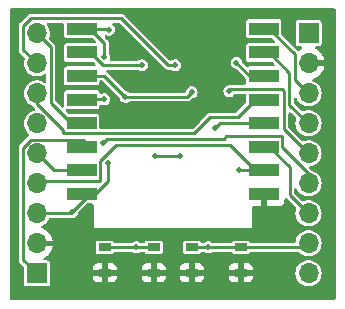
<source format=gtl>
G04 #@! TF.GenerationSoftware,KiCad,Pcbnew,7.0.7*
G04 #@! TF.CreationDate,2024-04-02T17:00:38-04:00*
G04 #@! TF.ProjectId,sensor_node,73656e73-6f72-45f6-9e6f-64652e6b6963,rev?*
G04 #@! TF.SameCoordinates,Original*
G04 #@! TF.FileFunction,Copper,L1,Top*
G04 #@! TF.FilePolarity,Positive*
%FSLAX46Y46*%
G04 Gerber Fmt 4.6, Leading zero omitted, Abs format (unit mm)*
G04 Created by KiCad (PCBNEW 7.0.7) date 2024-04-02 17:00:38*
%MOMM*%
%LPD*%
G01*
G04 APERTURE LIST*
G04 #@! TA.AperFunction,ComponentPad*
%ADD10R,1.700000X1.700000*%
G04 #@! TD*
G04 #@! TA.AperFunction,ComponentPad*
%ADD11O,1.700000X1.700000*%
G04 #@! TD*
G04 #@! TA.AperFunction,SMDPad,CuDef*
%ADD12R,1.050000X0.650000*%
G04 #@! TD*
G04 #@! TA.AperFunction,SMDPad,CuDef*
%ADD13R,2.500000X1.100000*%
G04 #@! TD*
G04 #@! TA.AperFunction,ViaPad*
%ADD14C,0.500000*%
G04 #@! TD*
G04 #@! TA.AperFunction,Conductor*
%ADD15C,0.250000*%
G04 #@! TD*
G04 APERTURE END LIST*
D10*
X137700000Y-80840000D03*
D11*
X137700000Y-78300000D03*
X137700000Y-75760000D03*
X137700000Y-73220000D03*
X137700000Y-70680000D03*
X137700000Y-68140000D03*
X137700000Y-65600000D03*
X137700000Y-63060000D03*
X137700000Y-60520000D03*
D12*
X143450000Y-78625000D03*
X147600000Y-78625000D03*
X143450000Y-80775000D03*
X147600000Y-80775000D03*
D10*
X160700000Y-60500000D03*
D11*
X160700000Y-63040000D03*
X160700000Y-65580000D03*
X160700000Y-68120000D03*
X160700000Y-70660000D03*
X160700000Y-73200000D03*
X160700000Y-75740000D03*
X160700000Y-78280000D03*
X160700000Y-80820000D03*
D12*
X154975000Y-80775000D03*
X150825000Y-80775000D03*
X154975000Y-78625000D03*
X150825000Y-78625000D03*
D13*
X141500000Y-60112500D03*
X141500000Y-62112500D03*
X141500000Y-64112500D03*
X141500000Y-66112500D03*
X141500000Y-68112500D03*
X141500000Y-70112500D03*
X141500000Y-72112500D03*
X141500000Y-74112500D03*
X156900000Y-74112500D03*
X156900000Y-72112500D03*
X156900000Y-70112500D03*
X156900000Y-68112500D03*
X156900000Y-66112500D03*
X156900000Y-64112500D03*
X156900000Y-62112500D03*
X156900000Y-60112500D03*
D14*
X143706233Y-71506233D03*
X154000000Y-65400000D03*
X150800000Y-65500000D03*
X149400000Y-63200000D03*
X154600000Y-63000000D03*
X149800000Y-70900000D03*
X140656250Y-75656250D03*
X147702132Y-70920711D03*
X146100000Y-78625000D03*
X143800000Y-60200000D03*
X143400000Y-62500000D03*
X154800000Y-72100000D03*
X145200000Y-65900000D03*
X152800000Y-68500000D03*
X152200000Y-78625000D03*
X143400000Y-66100000D03*
X143300000Y-69800000D03*
X146600000Y-63200000D03*
D15*
X143706233Y-72992663D02*
X143706233Y-71506233D01*
X142586396Y-74112500D02*
X143706233Y-72992663D01*
X142200000Y-74112500D02*
X142586396Y-74112500D01*
X149800000Y-70900000D02*
X149779289Y-70920711D01*
X149779289Y-70920711D02*
X147702132Y-70920711D01*
X152400000Y-67600000D02*
X154712500Y-67600000D01*
X151012500Y-68987500D02*
X152400000Y-67600000D01*
X139925000Y-68703299D02*
X139925000Y-68987500D01*
X137700000Y-66478299D02*
X139925000Y-68703299D01*
X139925000Y-68987500D02*
X151012500Y-68987500D01*
X154712500Y-67600000D02*
X156200000Y-66112500D01*
X137700000Y-65600000D02*
X137700000Y-66478299D01*
X158475000Y-65237500D02*
X158625000Y-65387500D01*
X158625000Y-65387500D02*
X158625000Y-65600000D01*
X154162500Y-65237500D02*
X158475000Y-65237500D01*
X154000000Y-65400000D02*
X154162500Y-65237500D01*
X158625000Y-68645000D02*
X158625000Y-65600000D01*
X150400000Y-65900000D02*
X150800000Y-65500000D01*
X146200000Y-65900000D02*
X150400000Y-65900000D01*
X146200000Y-65900000D02*
X145200000Y-65900000D01*
X154600000Y-63000000D02*
X155712500Y-64112500D01*
X155712500Y-64112500D02*
X156200000Y-64112500D01*
X136525000Y-61885000D02*
X137700000Y-63060000D01*
X136525000Y-59900000D02*
X136525000Y-61885000D01*
X148800000Y-63200000D02*
X144837500Y-59237500D01*
X149400000Y-63200000D02*
X148800000Y-63200000D01*
X137187500Y-59237500D02*
X136525000Y-59900000D01*
X144837500Y-59237500D02*
X137187500Y-59237500D01*
X154087500Y-70000000D02*
X156200000Y-72112500D01*
X143075000Y-72987500D02*
X143075000Y-71325000D01*
X137932500Y-72987500D02*
X143075000Y-72987500D01*
X144400000Y-70000000D02*
X154087500Y-70000000D01*
X137700000Y-73220000D02*
X137932500Y-72987500D01*
X143075000Y-71325000D02*
X144400000Y-70000000D01*
X140656250Y-75656250D02*
X142200000Y-74112500D01*
X137700000Y-75760000D02*
X140552500Y-75760000D01*
X140552500Y-75760000D02*
X140656250Y-75656250D01*
X143712500Y-60112500D02*
X143800000Y-60200000D01*
X146100000Y-78625000D02*
X147700000Y-78625000D01*
X143550000Y-78625000D02*
X146100000Y-78625000D01*
X143400000Y-62400000D02*
X143400000Y-62500000D01*
X142200000Y-60112500D02*
X143400000Y-61312500D01*
X143400000Y-61312500D02*
X143400000Y-62400000D01*
X142200000Y-60112500D02*
X143712500Y-60112500D01*
X137213299Y-69505000D02*
X141592500Y-69505000D01*
X136525000Y-70193299D02*
X137213299Y-69505000D01*
X137700000Y-80840000D02*
X136525000Y-79665000D01*
X136525000Y-79665000D02*
X136525000Y-70193299D01*
X141592500Y-69505000D02*
X142200000Y-70112500D01*
X154800000Y-72100000D02*
X156187500Y-72100000D01*
X156187500Y-72100000D02*
X156200000Y-72112500D01*
X139132500Y-72112500D02*
X142200000Y-72112500D01*
X137700000Y-70680000D02*
X139132500Y-72112500D01*
X140612500Y-68112500D02*
X142200000Y-68112500D01*
X137700000Y-60520000D02*
X138875000Y-61695000D01*
X138875000Y-61695000D02*
X138875000Y-66375000D01*
X138875000Y-66375000D02*
X140612500Y-68112500D01*
X142200000Y-64112500D02*
X143412500Y-64112500D01*
X160700000Y-70720000D02*
X158625000Y-68645000D01*
X143412500Y-64112500D02*
X145200000Y-65900000D01*
X160415000Y-78625000D02*
X160700000Y-78340000D01*
X153187500Y-68112500D02*
X152800000Y-68500000D01*
X154975000Y-78625000D02*
X152200000Y-78625000D01*
X154975000Y-78625000D02*
X160415000Y-78625000D01*
X156200000Y-68112500D02*
X153187500Y-68112500D01*
X152200000Y-78625000D02*
X150825000Y-78625000D01*
X159100000Y-74200000D02*
X160700000Y-75800000D01*
X159100000Y-71862500D02*
X159100000Y-74200000D01*
X157350000Y-70112500D02*
X159100000Y-71862500D01*
X156200000Y-70112500D02*
X157350000Y-70112500D01*
X159075000Y-66555000D02*
X160700000Y-68180000D01*
X157350000Y-62112500D02*
X159075000Y-63837500D01*
X159075000Y-63837500D02*
X159075000Y-66555000D01*
X156200000Y-62112500D02*
X157350000Y-62112500D01*
X159525000Y-62287500D02*
X159525000Y-64465000D01*
X157350000Y-60112500D02*
X159525000Y-62287500D01*
X156200000Y-60112500D02*
X157350000Y-60112500D01*
X159525000Y-64465000D02*
X160700000Y-65640000D01*
X143400000Y-66100000D02*
X142212500Y-66100000D01*
X143662500Y-69437500D02*
X153511396Y-69437500D01*
X143300000Y-69800000D02*
X143662500Y-69437500D01*
X153511396Y-69437500D02*
X153711396Y-69237500D01*
X158475000Y-69237500D02*
X158475000Y-70175000D01*
X142212500Y-66100000D02*
X142200000Y-66112500D01*
X153711396Y-69237500D02*
X158475000Y-69237500D01*
X158475000Y-70175000D02*
X160700000Y-72400000D01*
X160700000Y-72400000D02*
X160700000Y-73260000D01*
X142200000Y-62113173D02*
X142200000Y-62112500D01*
X143286827Y-63200000D02*
X142200000Y-62113173D01*
X146600000Y-63200000D02*
X143286827Y-63200000D01*
G04 #@! TA.AperFunction,Conductor*
G36*
X162943039Y-58420185D02*
G01*
X162988794Y-58472989D01*
X163000000Y-58524500D01*
X163000000Y-82975500D01*
X162980315Y-83042539D01*
X162927511Y-83088294D01*
X162876000Y-83099500D01*
X135524000Y-83099500D01*
X135456961Y-83079815D01*
X135411206Y-83027011D01*
X135400000Y-82975500D01*
X135400000Y-79649271D01*
X136144633Y-79649271D01*
X136149023Y-79684491D01*
X136149500Y-79692167D01*
X136149500Y-79696116D01*
X136153342Y-79719141D01*
X136160134Y-79773627D01*
X136162373Y-79781147D01*
X136164934Y-79788608D01*
X136164935Y-79788610D01*
X136176185Y-79809399D01*
X136191055Y-79836877D01*
X136215174Y-79886211D01*
X136219742Y-79892609D01*
X136224582Y-79898827D01*
X136264970Y-79936008D01*
X136563181Y-80234218D01*
X136596666Y-80295541D01*
X136599500Y-80321899D01*
X136599500Y-81714678D01*
X136614032Y-81787735D01*
X136614033Y-81787739D01*
X136614034Y-81787740D01*
X136669399Y-81870601D01*
X136752259Y-81925966D01*
X136752260Y-81925966D01*
X136752264Y-81925967D01*
X136825321Y-81940499D01*
X136825324Y-81940500D01*
X136825326Y-81940500D01*
X138574676Y-81940500D01*
X138574677Y-81940499D01*
X138647740Y-81925966D01*
X138730601Y-81870601D01*
X138785966Y-81787740D01*
X138800500Y-81714674D01*
X138800500Y-81025000D01*
X142425000Y-81025000D01*
X142425000Y-81147844D01*
X142431401Y-81207372D01*
X142431403Y-81207379D01*
X142481645Y-81342086D01*
X142481649Y-81342093D01*
X142567809Y-81457187D01*
X142567812Y-81457190D01*
X142682906Y-81543350D01*
X142682913Y-81543354D01*
X142817620Y-81593596D01*
X142817627Y-81593598D01*
X142877155Y-81599999D01*
X142877172Y-81600000D01*
X143200000Y-81600000D01*
X143200000Y-81025000D01*
X143700000Y-81025000D01*
X143700000Y-81600000D01*
X144022828Y-81600000D01*
X144022844Y-81599999D01*
X144082372Y-81593598D01*
X144082379Y-81593596D01*
X144217086Y-81543354D01*
X144217093Y-81543350D01*
X144332187Y-81457190D01*
X144332190Y-81457187D01*
X144418350Y-81342093D01*
X144418354Y-81342086D01*
X144468596Y-81207379D01*
X144468598Y-81207372D01*
X144474999Y-81147844D01*
X144475000Y-81147827D01*
X144475000Y-81025000D01*
X146575000Y-81025000D01*
X146575000Y-81147844D01*
X146581401Y-81207372D01*
X146581403Y-81207379D01*
X146631645Y-81342086D01*
X146631649Y-81342093D01*
X146717809Y-81457187D01*
X146717812Y-81457190D01*
X146832906Y-81543350D01*
X146832913Y-81543354D01*
X146967620Y-81593596D01*
X146967627Y-81593598D01*
X147027155Y-81599999D01*
X147027172Y-81600000D01*
X147350000Y-81600000D01*
X147350000Y-81025000D01*
X147850000Y-81025000D01*
X147850000Y-81600000D01*
X148172828Y-81600000D01*
X148172844Y-81599999D01*
X148232372Y-81593598D01*
X148232379Y-81593596D01*
X148367086Y-81543354D01*
X148367093Y-81543350D01*
X148482187Y-81457190D01*
X148482190Y-81457187D01*
X148568350Y-81342093D01*
X148568354Y-81342086D01*
X148618596Y-81207379D01*
X148618598Y-81207372D01*
X148624999Y-81147844D01*
X148625000Y-81147827D01*
X148625000Y-81025000D01*
X149800000Y-81025000D01*
X149800000Y-81147844D01*
X149806401Y-81207372D01*
X149806403Y-81207379D01*
X149856645Y-81342086D01*
X149856649Y-81342093D01*
X149942809Y-81457187D01*
X149942812Y-81457190D01*
X150057906Y-81543350D01*
X150057913Y-81543354D01*
X150192620Y-81593596D01*
X150192627Y-81593598D01*
X150252155Y-81599999D01*
X150252172Y-81600000D01*
X150575000Y-81600000D01*
X150575000Y-81025000D01*
X151075000Y-81025000D01*
X151075000Y-81600000D01*
X151397828Y-81600000D01*
X151397844Y-81599999D01*
X151457372Y-81593598D01*
X151457379Y-81593596D01*
X151592086Y-81543354D01*
X151592093Y-81543350D01*
X151707187Y-81457190D01*
X151707190Y-81457187D01*
X151793350Y-81342093D01*
X151793354Y-81342086D01*
X151843596Y-81207379D01*
X151843598Y-81207372D01*
X151849999Y-81147844D01*
X151850000Y-81147827D01*
X151850000Y-81025000D01*
X153950000Y-81025000D01*
X153950000Y-81147844D01*
X153956401Y-81207372D01*
X153956403Y-81207379D01*
X154006645Y-81342086D01*
X154006649Y-81342093D01*
X154092809Y-81457187D01*
X154092812Y-81457190D01*
X154207906Y-81543350D01*
X154207913Y-81543354D01*
X154342620Y-81593596D01*
X154342627Y-81593598D01*
X154402155Y-81599999D01*
X154402172Y-81600000D01*
X154725000Y-81600000D01*
X154725000Y-81025000D01*
X155225000Y-81025000D01*
X155225000Y-81600000D01*
X155547828Y-81600000D01*
X155547844Y-81599999D01*
X155607372Y-81593598D01*
X155607379Y-81593596D01*
X155742086Y-81543354D01*
X155742093Y-81543350D01*
X155857187Y-81457190D01*
X155857190Y-81457187D01*
X155943350Y-81342093D01*
X155943354Y-81342086D01*
X155993596Y-81207379D01*
X155993598Y-81207372D01*
X155999999Y-81147844D01*
X156000000Y-81147827D01*
X156000000Y-81025000D01*
X155225000Y-81025000D01*
X154725000Y-81025000D01*
X153950000Y-81025000D01*
X151850000Y-81025000D01*
X151075000Y-81025000D01*
X150575000Y-81025000D01*
X149800000Y-81025000D01*
X148625000Y-81025000D01*
X147850000Y-81025000D01*
X147350000Y-81025000D01*
X146575000Y-81025000D01*
X144475000Y-81025000D01*
X143700000Y-81025000D01*
X143200000Y-81025000D01*
X142425000Y-81025000D01*
X138800500Y-81025000D01*
X138800500Y-80820000D01*
X159594785Y-80820000D01*
X159613602Y-81023082D01*
X159669417Y-81219247D01*
X159669422Y-81219260D01*
X159760327Y-81401821D01*
X159883237Y-81564581D01*
X160033958Y-81701980D01*
X160033960Y-81701982D01*
X160054462Y-81714676D01*
X160207363Y-81809348D01*
X160397544Y-81883024D01*
X160598024Y-81920500D01*
X160598026Y-81920500D01*
X160801974Y-81920500D01*
X160801976Y-81920500D01*
X161002456Y-81883024D01*
X161192637Y-81809348D01*
X161366041Y-81701981D01*
X161516764Y-81564579D01*
X161639673Y-81401821D01*
X161730582Y-81219250D01*
X161786397Y-81023083D01*
X161805215Y-80820000D01*
X161786397Y-80616917D01*
X161730582Y-80420750D01*
X161721331Y-80402172D01*
X161655785Y-80270537D01*
X161639673Y-80238179D01*
X161516764Y-80075421D01*
X161516762Y-80075418D01*
X161366041Y-79938019D01*
X161366039Y-79938017D01*
X161192642Y-79830655D01*
X161192635Y-79830651D01*
X161045435Y-79773626D01*
X161002456Y-79756976D01*
X160801976Y-79719500D01*
X160598024Y-79719500D01*
X160397544Y-79756976D01*
X160397541Y-79756976D01*
X160397541Y-79756977D01*
X160207364Y-79830651D01*
X160207357Y-79830655D01*
X160033960Y-79938017D01*
X160033958Y-79938019D01*
X159883237Y-80075418D01*
X159760327Y-80238178D01*
X159669422Y-80420739D01*
X159669417Y-80420752D01*
X159613602Y-80616917D01*
X159594785Y-80819999D01*
X159594785Y-80820000D01*
X138800500Y-80820000D01*
X138800500Y-80525000D01*
X142425000Y-80525000D01*
X143200000Y-80525000D01*
X143200000Y-79950000D01*
X143700000Y-79950000D01*
X143700000Y-80525000D01*
X144475000Y-80525000D01*
X146575000Y-80525000D01*
X147350000Y-80525000D01*
X147350000Y-79950000D01*
X147850000Y-79950000D01*
X147850000Y-80525000D01*
X148625000Y-80525000D01*
X149800000Y-80525000D01*
X150575000Y-80525000D01*
X150575000Y-79950000D01*
X151075000Y-79950000D01*
X151075000Y-80525000D01*
X151850000Y-80525000D01*
X153950000Y-80525000D01*
X154725000Y-80525000D01*
X154725000Y-79950000D01*
X155225000Y-79950000D01*
X155225000Y-80525000D01*
X156000000Y-80525000D01*
X156000000Y-80402172D01*
X155999999Y-80402155D01*
X155993598Y-80342627D01*
X155993596Y-80342620D01*
X155943354Y-80207913D01*
X155943350Y-80207906D01*
X155857190Y-80092812D01*
X155857187Y-80092809D01*
X155742093Y-80006649D01*
X155742086Y-80006645D01*
X155607379Y-79956403D01*
X155607372Y-79956401D01*
X155547844Y-79950000D01*
X155225000Y-79950000D01*
X154725000Y-79950000D01*
X154402155Y-79950000D01*
X154342627Y-79956401D01*
X154342620Y-79956403D01*
X154207913Y-80006645D01*
X154207906Y-80006649D01*
X154092812Y-80092809D01*
X154092809Y-80092812D01*
X154006649Y-80207906D01*
X154006645Y-80207913D01*
X153956403Y-80342620D01*
X153956401Y-80342627D01*
X153950000Y-80402155D01*
X153950000Y-80525000D01*
X151850000Y-80525000D01*
X151850000Y-80402172D01*
X151849999Y-80402155D01*
X151843598Y-80342627D01*
X151843596Y-80342620D01*
X151793354Y-80207913D01*
X151793350Y-80207906D01*
X151707190Y-80092812D01*
X151707187Y-80092809D01*
X151592093Y-80006649D01*
X151592086Y-80006645D01*
X151457379Y-79956403D01*
X151457372Y-79956401D01*
X151397844Y-79950000D01*
X151075000Y-79950000D01*
X150575000Y-79950000D01*
X150252155Y-79950000D01*
X150192627Y-79956401D01*
X150192620Y-79956403D01*
X150057913Y-80006645D01*
X150057906Y-80006649D01*
X149942812Y-80092809D01*
X149942809Y-80092812D01*
X149856649Y-80207906D01*
X149856645Y-80207913D01*
X149806403Y-80342620D01*
X149806401Y-80342627D01*
X149800000Y-80402155D01*
X149800000Y-80525000D01*
X148625000Y-80525000D01*
X148625000Y-80402172D01*
X148624999Y-80402155D01*
X148618598Y-80342627D01*
X148618596Y-80342620D01*
X148568354Y-80207913D01*
X148568350Y-80207906D01*
X148482190Y-80092812D01*
X148482187Y-80092809D01*
X148367093Y-80006649D01*
X148367086Y-80006645D01*
X148232379Y-79956403D01*
X148232372Y-79956401D01*
X148172844Y-79950000D01*
X147850000Y-79950000D01*
X147350000Y-79950000D01*
X147027155Y-79950000D01*
X146967627Y-79956401D01*
X146967620Y-79956403D01*
X146832913Y-80006645D01*
X146832906Y-80006649D01*
X146717812Y-80092809D01*
X146717809Y-80092812D01*
X146631649Y-80207906D01*
X146631645Y-80207913D01*
X146581403Y-80342620D01*
X146581401Y-80342627D01*
X146575000Y-80402155D01*
X146575000Y-80525000D01*
X144475000Y-80525000D01*
X144475000Y-80402172D01*
X144474999Y-80402155D01*
X144468598Y-80342627D01*
X144468596Y-80342620D01*
X144418354Y-80207913D01*
X144418350Y-80207906D01*
X144332190Y-80092812D01*
X144332187Y-80092809D01*
X144217093Y-80006649D01*
X144217086Y-80006645D01*
X144082379Y-79956403D01*
X144082372Y-79956401D01*
X144022844Y-79950000D01*
X143700000Y-79950000D01*
X143200000Y-79950000D01*
X142877155Y-79950000D01*
X142817627Y-79956401D01*
X142817620Y-79956403D01*
X142682913Y-80006645D01*
X142682906Y-80006649D01*
X142567812Y-80092809D01*
X142567809Y-80092812D01*
X142481649Y-80207906D01*
X142481645Y-80207913D01*
X142431403Y-80342620D01*
X142431401Y-80342627D01*
X142425000Y-80402155D01*
X142425000Y-80525000D01*
X138800500Y-80525000D01*
X138800500Y-79965326D01*
X138800500Y-79965323D01*
X138800499Y-79965321D01*
X138785967Y-79892264D01*
X138785966Y-79892260D01*
X138781924Y-79886211D01*
X138730601Y-79809399D01*
X138652145Y-79756977D01*
X138647739Y-79754033D01*
X138647735Y-79754032D01*
X138574677Y-79739500D01*
X138574674Y-79739500D01*
X138366682Y-79739500D01*
X138299643Y-79719815D01*
X138253888Y-79667011D01*
X138243944Y-79597853D01*
X138272969Y-79534297D01*
X138314277Y-79503118D01*
X138377578Y-79473600D01*
X138571082Y-79338105D01*
X138738105Y-79171082D01*
X138873600Y-78977578D01*
X138874952Y-78974678D01*
X142674500Y-78974678D01*
X142689032Y-79047735D01*
X142689033Y-79047739D01*
X142689034Y-79047740D01*
X142744399Y-79130601D01*
X142827260Y-79185966D01*
X142827264Y-79185967D01*
X142900321Y-79200499D01*
X142900324Y-79200500D01*
X142900326Y-79200500D01*
X143999676Y-79200500D01*
X143999677Y-79200499D01*
X144072740Y-79185966D01*
X144155601Y-79130601D01*
X144186101Y-79084954D01*
X144205709Y-79055609D01*
X144259321Y-79010804D01*
X144308811Y-79000500D01*
X145722126Y-79000500D01*
X145789165Y-79020185D01*
X145789166Y-79020185D01*
X145889947Y-79084953D01*
X145889948Y-79084953D01*
X145889949Y-79084954D01*
X146028036Y-79125499D01*
X146028038Y-79125500D01*
X146028039Y-79125500D01*
X146171962Y-79125500D01*
X146171962Y-79125499D01*
X146310053Y-79084953D01*
X146410834Y-79020184D01*
X146477874Y-79000500D01*
X146741189Y-79000500D01*
X146808228Y-79020185D01*
X146844291Y-79055609D01*
X146894398Y-79130600D01*
X146894399Y-79130601D01*
X146941365Y-79161982D01*
X146977260Y-79185966D01*
X146977264Y-79185967D01*
X147050321Y-79200499D01*
X147050324Y-79200500D01*
X147050326Y-79200500D01*
X148149676Y-79200500D01*
X148149677Y-79200499D01*
X148222740Y-79185966D01*
X148305601Y-79130601D01*
X148360966Y-79047740D01*
X148375499Y-78974678D01*
X150049500Y-78974678D01*
X150064032Y-79047735D01*
X150064033Y-79047739D01*
X150064034Y-79047740D01*
X150119399Y-79130601D01*
X150202259Y-79185966D01*
X150202260Y-79185966D01*
X150202264Y-79185967D01*
X150275321Y-79200499D01*
X150275324Y-79200500D01*
X150275326Y-79200500D01*
X151374676Y-79200500D01*
X151374677Y-79200499D01*
X151447740Y-79185966D01*
X151530601Y-79130601D01*
X151561101Y-79084954D01*
X151580709Y-79055609D01*
X151634321Y-79010804D01*
X151683811Y-79000500D01*
X151822126Y-79000500D01*
X151889165Y-79020185D01*
X151889166Y-79020185D01*
X151989947Y-79084953D01*
X151989948Y-79084953D01*
X151989949Y-79084954D01*
X152128036Y-79125499D01*
X152128038Y-79125500D01*
X152128039Y-79125500D01*
X152271962Y-79125500D01*
X152271962Y-79125499D01*
X152410053Y-79084953D01*
X152510834Y-79020184D01*
X152577874Y-79000500D01*
X154116189Y-79000500D01*
X154183228Y-79020185D01*
X154219291Y-79055609D01*
X154269398Y-79130600D01*
X154269399Y-79130601D01*
X154316365Y-79161982D01*
X154352260Y-79185966D01*
X154352264Y-79185967D01*
X154425321Y-79200499D01*
X154425324Y-79200500D01*
X154425326Y-79200500D01*
X155524676Y-79200500D01*
X155524677Y-79200499D01*
X155597740Y-79185966D01*
X155680601Y-79130601D01*
X155711101Y-79084954D01*
X155730709Y-79055609D01*
X155784321Y-79010804D01*
X155833811Y-79000500D01*
X159808785Y-79000500D01*
X159875824Y-79020185D01*
X159892323Y-79032863D01*
X160033958Y-79161980D01*
X160033960Y-79161982D01*
X160096168Y-79200499D01*
X160207363Y-79269348D01*
X160397544Y-79343024D01*
X160598024Y-79380500D01*
X160598026Y-79380500D01*
X160801974Y-79380500D01*
X160801976Y-79380500D01*
X161002456Y-79343024D01*
X161192637Y-79269348D01*
X161366041Y-79161981D01*
X161516764Y-79024579D01*
X161639673Y-78861821D01*
X161730582Y-78679250D01*
X161786397Y-78483083D01*
X161805215Y-78280000D01*
X161804781Y-78275321D01*
X161786397Y-78076917D01*
X161755749Y-77969202D01*
X161730582Y-77880750D01*
X161639673Y-77698179D01*
X161516764Y-77535421D01*
X161516762Y-77535418D01*
X161366041Y-77398019D01*
X161366039Y-77398017D01*
X161192642Y-77290655D01*
X161192635Y-77290651D01*
X161097546Y-77253814D01*
X161002456Y-77216976D01*
X160801976Y-77179500D01*
X160598024Y-77179500D01*
X160397544Y-77216976D01*
X160397541Y-77216976D01*
X160397541Y-77216977D01*
X160207364Y-77290651D01*
X160207357Y-77290655D01*
X160033960Y-77398017D01*
X160033958Y-77398019D01*
X159883237Y-77535418D01*
X159760327Y-77698178D01*
X159669422Y-77880739D01*
X159669417Y-77880752D01*
X159613602Y-78076917D01*
X159608041Y-78136941D01*
X159582255Y-78201878D01*
X159525454Y-78242566D01*
X159484570Y-78249500D01*
X155833811Y-78249500D01*
X155766772Y-78229815D01*
X155730709Y-78194391D01*
X155680601Y-78119399D01*
X155597739Y-78064033D01*
X155597735Y-78064032D01*
X155524677Y-78049500D01*
X155524674Y-78049500D01*
X154425326Y-78049500D01*
X154425323Y-78049500D01*
X154352264Y-78064032D01*
X154352260Y-78064033D01*
X154269398Y-78119399D01*
X154219291Y-78194391D01*
X154165679Y-78239196D01*
X154116189Y-78249500D01*
X152577874Y-78249500D01*
X152510835Y-78229815D01*
X152510834Y-78229815D01*
X152467964Y-78202264D01*
X152410053Y-78165047D01*
X152410052Y-78165046D01*
X152410051Y-78165046D01*
X152410050Y-78165045D01*
X152271963Y-78124500D01*
X152271961Y-78124500D01*
X152128039Y-78124500D01*
X152128036Y-78124500D01*
X151989949Y-78165045D01*
X151989948Y-78165046D01*
X151889166Y-78229815D01*
X151822126Y-78249500D01*
X151683811Y-78249500D01*
X151616772Y-78229815D01*
X151580709Y-78194391D01*
X151530601Y-78119399D01*
X151447739Y-78064033D01*
X151447735Y-78064032D01*
X151374677Y-78049500D01*
X151374674Y-78049500D01*
X150275326Y-78049500D01*
X150275323Y-78049500D01*
X150202264Y-78064032D01*
X150202260Y-78064033D01*
X150119399Y-78119399D01*
X150064033Y-78202260D01*
X150064032Y-78202264D01*
X150049500Y-78275321D01*
X150049500Y-78974678D01*
X148375499Y-78974678D01*
X148375500Y-78974674D01*
X148375500Y-78275326D01*
X148375500Y-78275323D01*
X148375499Y-78275321D01*
X148360967Y-78202264D01*
X148360966Y-78202260D01*
X148336101Y-78165047D01*
X148305601Y-78119399D01*
X148222740Y-78064034D01*
X148222739Y-78064033D01*
X148222735Y-78064032D01*
X148149677Y-78049500D01*
X148149674Y-78049500D01*
X147050326Y-78049500D01*
X147050323Y-78049500D01*
X146977264Y-78064032D01*
X146977260Y-78064033D01*
X146894398Y-78119399D01*
X146844291Y-78194391D01*
X146790679Y-78239196D01*
X146741189Y-78249500D01*
X146477874Y-78249500D01*
X146410835Y-78229815D01*
X146410834Y-78229815D01*
X146367964Y-78202264D01*
X146310053Y-78165047D01*
X146310052Y-78165046D01*
X146310051Y-78165046D01*
X146310050Y-78165045D01*
X146171963Y-78124500D01*
X146171961Y-78124500D01*
X146028039Y-78124500D01*
X146028036Y-78124500D01*
X145889949Y-78165045D01*
X145889948Y-78165046D01*
X145789166Y-78229815D01*
X145722126Y-78249500D01*
X144308811Y-78249500D01*
X144241772Y-78229815D01*
X144205709Y-78194391D01*
X144155601Y-78119399D01*
X144072739Y-78064033D01*
X144072735Y-78064032D01*
X143999677Y-78049500D01*
X143999674Y-78049500D01*
X142900326Y-78049500D01*
X142900323Y-78049500D01*
X142827264Y-78064032D01*
X142827260Y-78064033D01*
X142744399Y-78119399D01*
X142689033Y-78202260D01*
X142689032Y-78202264D01*
X142674500Y-78275321D01*
X142674500Y-78974678D01*
X138874952Y-78974678D01*
X138973429Y-78763492D01*
X138973432Y-78763486D01*
X139030636Y-78550000D01*
X138313347Y-78550000D01*
X138246308Y-78530315D01*
X138200553Y-78477511D01*
X138190609Y-78408353D01*
X138194369Y-78391067D01*
X138200000Y-78371888D01*
X138200000Y-78228111D01*
X138194369Y-78208933D01*
X138194370Y-78139064D01*
X138232145Y-78080286D01*
X138295701Y-78051262D01*
X138313347Y-78050000D01*
X139030636Y-78050000D01*
X139030635Y-78049999D01*
X138973432Y-77836513D01*
X138973429Y-77836507D01*
X138873600Y-77622422D01*
X138873599Y-77622420D01*
X138738113Y-77428926D01*
X138738108Y-77428920D01*
X138571082Y-77261894D01*
X138377578Y-77126399D01*
X138163492Y-77026570D01*
X138163477Y-77026564D01*
X138124414Y-77016097D01*
X138064754Y-76979732D01*
X138034226Y-76916885D01*
X138042521Y-76847509D01*
X138087007Y-76793632D01*
X138111710Y-76780698D01*
X138192637Y-76749348D01*
X138366041Y-76641981D01*
X138516764Y-76504579D01*
X138639673Y-76341821D01*
X138708186Y-76204226D01*
X138755687Y-76152992D01*
X138819185Y-76135500D01*
X140494090Y-76135500D01*
X140529023Y-76140522D01*
X140556122Y-76148479D01*
X140584288Y-76156750D01*
X140584289Y-76156750D01*
X140728212Y-76156750D01*
X140728212Y-76156749D01*
X140866303Y-76116203D01*
X140987378Y-76038393D01*
X141081627Y-75929623D01*
X141141415Y-75798707D01*
X141151759Y-75726752D01*
X141180783Y-75663199D01*
X141186801Y-75656734D01*
X141894217Y-74949319D01*
X141955541Y-74915834D01*
X141981899Y-74913000D01*
X142376000Y-74913000D01*
X142443039Y-74932685D01*
X142488794Y-74985489D01*
X142500000Y-75036999D01*
X142500000Y-77000000D01*
X155900000Y-77000000D01*
X155900000Y-75286500D01*
X155919685Y-75219461D01*
X155972489Y-75173706D01*
X156024000Y-75162500D01*
X156650000Y-75162500D01*
X156650000Y-73986500D01*
X156669685Y-73919461D01*
X156722489Y-73873706D01*
X156774000Y-73862500D01*
X157026000Y-73862500D01*
X157093039Y-73882185D01*
X157138794Y-73934989D01*
X157150000Y-73986500D01*
X157150000Y-75162500D01*
X158197828Y-75162500D01*
X158197844Y-75162499D01*
X158257372Y-75156098D01*
X158257379Y-75156096D01*
X158392086Y-75105854D01*
X158392093Y-75105850D01*
X158507187Y-75019690D01*
X158507190Y-75019687D01*
X158593350Y-74904593D01*
X158593354Y-74904586D01*
X158643596Y-74769879D01*
X158643598Y-74769872D01*
X158649999Y-74710344D01*
X158650000Y-74710327D01*
X158650000Y-74580399D01*
X158669685Y-74513360D01*
X158722489Y-74467605D01*
X158791647Y-74457661D01*
X158855203Y-74486686D01*
X158861681Y-74492718D01*
X159626815Y-75257852D01*
X159660300Y-75319175D01*
X159658401Y-75379466D01*
X159613602Y-75536919D01*
X159594785Y-75739999D01*
X159594785Y-75740000D01*
X159613602Y-75943082D01*
X159669417Y-76139247D01*
X159669422Y-76139260D01*
X159760327Y-76321821D01*
X159883237Y-76484581D01*
X160033958Y-76621980D01*
X160033960Y-76621982D01*
X160094120Y-76659231D01*
X160207363Y-76729348D01*
X160397544Y-76803024D01*
X160598024Y-76840500D01*
X160598026Y-76840500D01*
X160801974Y-76840500D01*
X160801976Y-76840500D01*
X161002456Y-76803024D01*
X161192637Y-76729348D01*
X161366041Y-76621981D01*
X161516764Y-76484579D01*
X161639673Y-76321821D01*
X161730582Y-76139250D01*
X161786397Y-75943083D01*
X161805215Y-75740000D01*
X161798098Y-75663199D01*
X161786397Y-75536917D01*
X161742568Y-75382877D01*
X161730582Y-75340750D01*
X161697397Y-75274106D01*
X161686272Y-75251764D01*
X161639673Y-75158179D01*
X161516764Y-74995421D01*
X161516762Y-74995418D01*
X161366041Y-74858019D01*
X161366039Y-74858017D01*
X161192642Y-74750655D01*
X161192635Y-74750651D01*
X161066496Y-74701785D01*
X161002456Y-74676976D01*
X160801976Y-74639500D01*
X160598024Y-74639500D01*
X160397544Y-74676976D01*
X160397539Y-74676977D01*
X160264199Y-74728633D01*
X160194576Y-74734495D01*
X160132836Y-74701785D01*
X160131725Y-74700687D01*
X159511819Y-74080781D01*
X159478334Y-74019458D01*
X159475500Y-73993100D01*
X159475500Y-73737026D01*
X159495185Y-73669987D01*
X159547989Y-73624232D01*
X159617147Y-73614288D01*
X159680703Y-73643313D01*
X159710500Y-73681755D01*
X159760327Y-73781821D01*
X159821253Y-73862500D01*
X159883237Y-73944581D01*
X160033958Y-74081980D01*
X160033960Y-74081982D01*
X160094120Y-74119231D01*
X160207363Y-74189348D01*
X160397544Y-74263024D01*
X160598024Y-74300500D01*
X160598026Y-74300500D01*
X160801974Y-74300500D01*
X160801976Y-74300500D01*
X161002456Y-74263024D01*
X161192637Y-74189348D01*
X161366041Y-74081981D01*
X161516764Y-73944579D01*
X161639673Y-73781821D01*
X161730582Y-73599250D01*
X161786397Y-73403083D01*
X161805215Y-73200000D01*
X161786397Y-72996917D01*
X161730582Y-72800750D01*
X161715012Y-72769482D01*
X161668464Y-72676000D01*
X161639673Y-72618179D01*
X161543079Y-72490268D01*
X161516762Y-72455418D01*
X161366041Y-72318019D01*
X161366039Y-72318017D01*
X161192642Y-72210655D01*
X161192641Y-72210654D01*
X161192637Y-72210652D01*
X161002456Y-72136976D01*
X161002452Y-72136975D01*
X161002447Y-72136974D01*
X160997836Y-72136112D01*
X160935555Y-72104443D01*
X160932942Y-72101905D01*
X160791022Y-71959985D01*
X160757537Y-71898662D01*
X160762521Y-71828970D01*
X160804393Y-71773037D01*
X160855913Y-71750417D01*
X161002456Y-71723024D01*
X161192637Y-71649348D01*
X161366041Y-71541981D01*
X161516764Y-71404579D01*
X161639673Y-71241821D01*
X161730582Y-71059250D01*
X161786397Y-70863083D01*
X161805215Y-70660000D01*
X161794578Y-70545211D01*
X161786397Y-70456917D01*
X161783856Y-70447988D01*
X161730582Y-70260750D01*
X161730185Y-70259953D01*
X161665794Y-70130637D01*
X161639673Y-70078179D01*
X161542716Y-69949787D01*
X161516762Y-69915418D01*
X161366041Y-69778019D01*
X161366039Y-69778017D01*
X161192642Y-69670655D01*
X161192635Y-69670651D01*
X161066493Y-69621784D01*
X161002456Y-69596976D01*
X160801976Y-69559500D01*
X160598024Y-69559500D01*
X160446739Y-69587779D01*
X160397538Y-69596977D01*
X160264198Y-69648633D01*
X160194575Y-69654495D01*
X160132835Y-69621784D01*
X160131724Y-69620687D01*
X159591961Y-69080924D01*
X159036819Y-68525781D01*
X159003334Y-68464458D01*
X159000500Y-68438100D01*
X159000500Y-67310898D01*
X159020185Y-67243859D01*
X159072989Y-67198104D01*
X159142147Y-67188160D01*
X159205703Y-67217185D01*
X159212176Y-67223212D01*
X159453723Y-67464760D01*
X159626815Y-67637852D01*
X159660300Y-67699175D01*
X159658401Y-67759466D01*
X159613602Y-67916919D01*
X159594785Y-68119999D01*
X159594785Y-68120000D01*
X159613602Y-68323082D01*
X159669417Y-68519247D01*
X159669422Y-68519260D01*
X159760327Y-68701821D01*
X159883237Y-68864581D01*
X160007069Y-68977468D01*
X160032334Y-69000500D01*
X160033958Y-69001980D01*
X160033960Y-69001982D01*
X160066260Y-69021981D01*
X160207363Y-69109348D01*
X160397544Y-69183024D01*
X160598024Y-69220500D01*
X160598026Y-69220500D01*
X160801974Y-69220500D01*
X160801976Y-69220500D01*
X161002456Y-69183024D01*
X161192637Y-69109348D01*
X161366041Y-69001981D01*
X161516764Y-68864579D01*
X161639673Y-68701821D01*
X161730582Y-68519250D01*
X161786397Y-68323083D01*
X161805215Y-68120000D01*
X161805016Y-68117857D01*
X161786397Y-67916917D01*
X161730582Y-67720750D01*
X161639673Y-67538179D01*
X161516764Y-67375421D01*
X161516762Y-67375418D01*
X161366041Y-67238019D01*
X161366039Y-67238017D01*
X161192642Y-67130655D01*
X161192635Y-67130651D01*
X161066496Y-67081785D01*
X161002456Y-67056976D01*
X160801976Y-67019500D01*
X160598024Y-67019500D01*
X160397544Y-67056976D01*
X160397539Y-67056977D01*
X160264199Y-67108633D01*
X160194576Y-67114495D01*
X160132836Y-67081785D01*
X160131725Y-67080687D01*
X159486819Y-66435780D01*
X159453334Y-66374457D01*
X159450500Y-66348099D01*
X159450500Y-66066820D01*
X159470185Y-65999781D01*
X159522989Y-65954026D01*
X159592147Y-65944082D01*
X159655703Y-65973107D01*
X159685500Y-66011548D01*
X159760327Y-66161821D01*
X159883237Y-66324581D01*
X160033958Y-66461980D01*
X160033960Y-66461982D01*
X160068917Y-66483626D01*
X160207363Y-66569348D01*
X160397544Y-66643024D01*
X160598024Y-66680500D01*
X160598026Y-66680500D01*
X160801974Y-66680500D01*
X160801976Y-66680500D01*
X161002456Y-66643024D01*
X161192637Y-66569348D01*
X161366041Y-66461981D01*
X161516764Y-66324579D01*
X161639673Y-66161821D01*
X161730582Y-65979250D01*
X161786397Y-65783083D01*
X161805215Y-65580000D01*
X161786397Y-65376917D01*
X161730582Y-65180750D01*
X161639673Y-64998179D01*
X161562126Y-64895490D01*
X161516762Y-64835418D01*
X161366041Y-64698019D01*
X161366039Y-64698017D01*
X161192642Y-64590655D01*
X161192635Y-64590651D01*
X161111715Y-64559303D01*
X161056313Y-64516730D01*
X161032723Y-64450963D01*
X161048434Y-64382883D01*
X161098458Y-64334104D01*
X161124417Y-64323901D01*
X161163481Y-64313434D01*
X161163492Y-64313429D01*
X161377578Y-64213600D01*
X161571082Y-64078105D01*
X161738105Y-63911082D01*
X161873600Y-63717578D01*
X161973429Y-63503492D01*
X161973432Y-63503486D01*
X162030636Y-63290000D01*
X161313347Y-63290000D01*
X161246308Y-63270315D01*
X161200553Y-63217511D01*
X161190609Y-63148353D01*
X161194369Y-63131067D01*
X161200000Y-63111888D01*
X161200000Y-62968111D01*
X161194369Y-62948933D01*
X161194370Y-62879064D01*
X161232145Y-62820286D01*
X161295701Y-62791262D01*
X161313347Y-62790000D01*
X162030636Y-62790000D01*
X162030635Y-62789999D01*
X161973432Y-62576513D01*
X161973429Y-62576507D01*
X161873600Y-62362422D01*
X161873599Y-62362420D01*
X161738113Y-62168926D01*
X161738108Y-62168920D01*
X161571082Y-62001894D01*
X161377578Y-61866399D01*
X161314277Y-61836882D01*
X161261838Y-61790710D01*
X161242686Y-61723516D01*
X161262902Y-61656635D01*
X161316067Y-61611300D01*
X161366682Y-61600500D01*
X161574676Y-61600500D01*
X161574677Y-61600499D01*
X161647740Y-61585966D01*
X161730601Y-61530601D01*
X161785966Y-61447740D01*
X161800500Y-61374674D01*
X161800500Y-59625326D01*
X161800500Y-59625323D01*
X161800499Y-59625321D01*
X161785967Y-59552264D01*
X161785966Y-59552260D01*
X161776322Y-59537826D01*
X161730601Y-59469399D01*
X161647740Y-59414034D01*
X161647739Y-59414033D01*
X161647735Y-59414032D01*
X161574677Y-59399500D01*
X161574674Y-59399500D01*
X159825326Y-59399500D01*
X159825323Y-59399500D01*
X159752264Y-59414032D01*
X159752260Y-59414033D01*
X159669399Y-59469399D01*
X159614033Y-59552260D01*
X159614032Y-59552264D01*
X159599500Y-59625321D01*
X159599499Y-59625323D01*
X159599499Y-61374676D01*
X159599500Y-61374678D01*
X159614032Y-61447735D01*
X159614033Y-61447739D01*
X159614034Y-61447740D01*
X159669399Y-61530601D01*
X159741595Y-61578840D01*
X159752260Y-61585966D01*
X159752264Y-61585967D01*
X159825321Y-61600499D01*
X159825324Y-61600500D01*
X160033318Y-61600500D01*
X160100357Y-61620185D01*
X160146112Y-61672989D01*
X160156056Y-61742147D01*
X160127031Y-61805703D01*
X160085723Y-61836882D01*
X160022422Y-61866399D01*
X160022420Y-61866400D01*
X159879748Y-61966300D01*
X159813542Y-61988627D01*
X159745774Y-61971617D01*
X159720944Y-61952406D01*
X159080538Y-61312000D01*
X158436819Y-60668280D01*
X158403334Y-60606957D01*
X158400500Y-60580599D01*
X158400500Y-59537823D01*
X158400499Y-59537821D01*
X158385967Y-59464764D01*
X158385966Y-59464760D01*
X158385966Y-59464759D01*
X158330601Y-59381899D01*
X158247740Y-59326534D01*
X158247739Y-59326533D01*
X158247735Y-59326532D01*
X158174677Y-59312000D01*
X158174674Y-59312000D01*
X155625326Y-59312000D01*
X155625323Y-59312000D01*
X155552264Y-59326532D01*
X155552260Y-59326533D01*
X155469399Y-59381899D01*
X155414033Y-59464760D01*
X155414032Y-59464764D01*
X155399500Y-59537821D01*
X155399500Y-60687178D01*
X155414032Y-60760235D01*
X155414033Y-60760239D01*
X155414034Y-60760240D01*
X155469399Y-60843101D01*
X155552260Y-60898466D01*
X155552264Y-60898467D01*
X155625321Y-60912999D01*
X155625324Y-60913000D01*
X155625326Y-60913000D01*
X157568101Y-60913000D01*
X157635140Y-60932685D01*
X157655782Y-60949319D01*
X157806782Y-61100319D01*
X157840267Y-61161642D01*
X157835283Y-61231334D01*
X157793411Y-61287267D01*
X157727947Y-61311684D01*
X157719101Y-61312000D01*
X155625323Y-61312000D01*
X155552264Y-61326532D01*
X155552260Y-61326533D01*
X155469399Y-61381899D01*
X155414033Y-61464760D01*
X155414032Y-61464764D01*
X155399500Y-61537821D01*
X155399500Y-62687178D01*
X155414032Y-62760235D01*
X155414033Y-62760239D01*
X155414034Y-62760240D01*
X155469399Y-62843101D01*
X155552259Y-62898466D01*
X155552260Y-62898466D01*
X155552264Y-62898467D01*
X155625321Y-62912999D01*
X155625324Y-62913000D01*
X155625326Y-62913000D01*
X157568101Y-62913000D01*
X157635140Y-62932685D01*
X157655782Y-62949319D01*
X157806782Y-63100319D01*
X157840267Y-63161642D01*
X157835283Y-63231334D01*
X157793411Y-63287267D01*
X157727947Y-63311684D01*
X157719101Y-63312000D01*
X155625324Y-63312000D01*
X155540283Y-63328916D01*
X155539497Y-63324968D01*
X155492330Y-63330019D01*
X155429864Y-63298718D01*
X155426718Y-63295680D01*
X155130566Y-62999528D01*
X155097081Y-62938205D01*
X155095509Y-62929492D01*
X155095097Y-62926628D01*
X155085165Y-62857543D01*
X155025377Y-62726627D01*
X154931128Y-62617857D01*
X154810053Y-62540047D01*
X154810051Y-62540046D01*
X154810049Y-62540045D01*
X154810050Y-62540045D01*
X154671963Y-62499500D01*
X154671961Y-62499500D01*
X154528039Y-62499500D01*
X154528036Y-62499500D01*
X154389949Y-62540045D01*
X154268873Y-62617856D01*
X154174623Y-62726626D01*
X154174622Y-62726628D01*
X154114834Y-62857543D01*
X154094353Y-63000000D01*
X154114834Y-63142456D01*
X154169923Y-63263082D01*
X154174623Y-63273373D01*
X154268872Y-63382143D01*
X154389947Y-63459953D01*
X154389950Y-63459954D01*
X154389949Y-63459954D01*
X154528037Y-63500500D01*
X154535564Y-63501582D01*
X154599120Y-63530604D01*
X154605602Y-63536639D01*
X155363181Y-64294218D01*
X155396666Y-64355541D01*
X155399500Y-64381899D01*
X155399500Y-64687174D01*
X155399501Y-64687178D01*
X155404798Y-64713810D01*
X155398569Y-64783402D01*
X155355706Y-64838578D01*
X155289816Y-64861822D01*
X155283180Y-64862000D01*
X154214303Y-64862000D01*
X154188858Y-64859361D01*
X154178232Y-64857133D01*
X154178229Y-64857133D01*
X154143007Y-64861523D01*
X154135331Y-64862000D01*
X154131386Y-64862000D01*
X154114115Y-64864881D01*
X154108358Y-64865842D01*
X154053870Y-64872634D01*
X154046343Y-64874875D01*
X154038892Y-64877433D01*
X154029100Y-64882732D01*
X154025734Y-64884554D01*
X153966717Y-64899500D01*
X153928036Y-64899500D01*
X153789949Y-64940045D01*
X153668873Y-65017856D01*
X153574623Y-65126626D01*
X153574622Y-65126628D01*
X153514834Y-65257543D01*
X153494353Y-65399999D01*
X153514834Y-65542456D01*
X153560504Y-65642457D01*
X153574623Y-65673373D01*
X153668872Y-65782143D01*
X153789947Y-65859953D01*
X153789950Y-65859954D01*
X153789949Y-65859954D01*
X153865520Y-65882143D01*
X153927933Y-65900469D01*
X153928036Y-65900499D01*
X153928038Y-65900500D01*
X153928039Y-65900500D01*
X154071962Y-65900500D01*
X154071962Y-65900499D01*
X154210053Y-65859953D01*
X154331128Y-65782143D01*
X154425377Y-65673373D01*
X154425377Y-65673371D01*
X154427572Y-65669958D01*
X154430637Y-65667301D01*
X154431185Y-65666670D01*
X154431275Y-65666748D01*
X154480377Y-65624204D01*
X154531886Y-65613000D01*
X155275500Y-65613000D01*
X155342539Y-65632685D01*
X155388294Y-65685489D01*
X155399500Y-65737000D01*
X155399500Y-66330600D01*
X155379815Y-66397639D01*
X155363181Y-66418281D01*
X154593281Y-67188181D01*
X154531958Y-67221666D01*
X154505600Y-67224500D01*
X152451804Y-67224500D01*
X152426357Y-67221861D01*
X152423713Y-67221306D01*
X152415729Y-67219632D01*
X152380509Y-67224023D01*
X152372832Y-67224500D01*
X152368886Y-67224500D01*
X152351606Y-67227383D01*
X152345846Y-67228344D01*
X152291368Y-67235135D01*
X152283844Y-67237375D01*
X152276392Y-67239934D01*
X152276390Y-67239934D01*
X152276390Y-67239935D01*
X152228119Y-67266057D01*
X152178790Y-67290172D01*
X152172398Y-67294735D01*
X152166174Y-67299580D01*
X152141363Y-67326532D01*
X152129003Y-67339958D01*
X151493462Y-67975500D01*
X150893281Y-68575681D01*
X150831958Y-68609166D01*
X150805600Y-68612000D01*
X143124500Y-68612000D01*
X143057461Y-68592315D01*
X143011706Y-68539511D01*
X143000500Y-68488000D01*
X143000500Y-67537823D01*
X143000499Y-67537821D01*
X142985967Y-67464764D01*
X142985966Y-67464760D01*
X142930601Y-67381899D01*
X142847740Y-67326534D01*
X142847739Y-67326533D01*
X142847735Y-67326532D01*
X142774677Y-67312000D01*
X142774674Y-67312000D01*
X140394399Y-67312000D01*
X140327360Y-67292315D01*
X140306718Y-67275681D01*
X140155718Y-67124681D01*
X140122233Y-67063358D01*
X140127217Y-66993666D01*
X140169089Y-66937733D01*
X140234553Y-66913316D01*
X140243399Y-66913000D01*
X142774676Y-66913000D01*
X142774677Y-66912999D01*
X142847740Y-66898466D01*
X142930601Y-66843101D01*
X142985966Y-66760240D01*
X143000500Y-66687174D01*
X143000500Y-66665291D01*
X143020185Y-66598252D01*
X143072989Y-66552497D01*
X143142147Y-66542553D01*
X143181450Y-66557215D01*
X143181882Y-66556270D01*
X143189949Y-66559954D01*
X143328036Y-66600499D01*
X143328038Y-66600500D01*
X143328039Y-66600500D01*
X143471962Y-66600500D01*
X143471962Y-66600499D01*
X143610053Y-66559953D01*
X143731128Y-66482143D01*
X143825377Y-66373373D01*
X143885165Y-66242457D01*
X143905647Y-66100000D01*
X143885165Y-65957543D01*
X143825377Y-65826627D01*
X143731128Y-65717857D01*
X143610053Y-65640047D01*
X143610051Y-65640046D01*
X143610049Y-65640045D01*
X143610050Y-65640045D01*
X143471963Y-65599500D01*
X143471961Y-65599500D01*
X143328039Y-65599500D01*
X143328036Y-65599500D01*
X143189949Y-65640045D01*
X143181882Y-65643730D01*
X143181128Y-65642081D01*
X143124498Y-65658708D01*
X143057459Y-65639022D01*
X143011705Y-65586218D01*
X143002467Y-65543751D01*
X143001097Y-65543886D01*
X143000500Y-65537831D01*
X143000500Y-65537826D01*
X142985966Y-65464760D01*
X142930601Y-65381899D01*
X142847740Y-65326534D01*
X142847739Y-65326533D01*
X142847735Y-65326532D01*
X142774677Y-65312000D01*
X142774674Y-65312000D01*
X140225326Y-65312000D01*
X140225323Y-65312000D01*
X140152264Y-65326532D01*
X140152260Y-65326533D01*
X140069399Y-65381899D01*
X140014033Y-65464760D01*
X140014032Y-65464764D01*
X139999500Y-65537821D01*
X139999500Y-66669100D01*
X139979815Y-66736139D01*
X139927011Y-66781894D01*
X139857853Y-66791838D01*
X139794297Y-66762813D01*
X139787819Y-66756781D01*
X139286819Y-66255781D01*
X139253334Y-66194458D01*
X139250500Y-66168100D01*
X139250500Y-61746804D01*
X139253139Y-61721359D01*
X139253785Y-61718275D01*
X139255367Y-61710732D01*
X139253286Y-61694036D01*
X139250977Y-61675506D01*
X139250500Y-61667830D01*
X139250500Y-61663889D01*
X139250498Y-61663876D01*
X139246657Y-61640859D01*
X139242973Y-61611300D01*
X139239866Y-61586374D01*
X139239864Y-61586370D01*
X139237622Y-61578840D01*
X139235065Y-61571392D01*
X139235065Y-61571390D01*
X139208944Y-61523122D01*
X139184826Y-61473789D01*
X139184824Y-61473787D01*
X139184824Y-61473786D01*
X139180276Y-61467416D01*
X139175420Y-61461176D01*
X139175419Y-61461174D01*
X139135029Y-61423992D01*
X138759709Y-61048672D01*
X138726224Y-60987349D01*
X138730666Y-60925234D01*
X138729013Y-60924764D01*
X138732360Y-60913000D01*
X138786397Y-60723083D01*
X138805215Y-60520000D01*
X138800894Y-60473373D01*
X138786397Y-60316917D01*
X138753131Y-60200000D01*
X138730582Y-60120750D01*
X138639673Y-59938179D01*
X138544181Y-59811727D01*
X138519489Y-59746365D01*
X138534054Y-59678031D01*
X138583252Y-59628418D01*
X138643135Y-59613000D01*
X139875500Y-59613000D01*
X139942539Y-59632685D01*
X139988294Y-59685489D01*
X139999500Y-59737000D01*
X139999500Y-60687178D01*
X140014032Y-60760235D01*
X140014033Y-60760239D01*
X140014034Y-60760240D01*
X140069399Y-60843101D01*
X140152259Y-60898466D01*
X140152260Y-60898466D01*
X140152264Y-60898467D01*
X140225321Y-60912999D01*
X140225324Y-60913000D01*
X140225326Y-60913000D01*
X142418101Y-60913000D01*
X142485140Y-60932685D01*
X142505782Y-60949319D01*
X142656782Y-61100319D01*
X142690267Y-61161642D01*
X142685283Y-61231334D01*
X142643411Y-61287267D01*
X142577947Y-61311684D01*
X142569101Y-61312000D01*
X140225323Y-61312000D01*
X140152264Y-61326532D01*
X140152260Y-61326533D01*
X140069399Y-61381899D01*
X140014033Y-61464760D01*
X140014032Y-61464764D01*
X139999500Y-61537821D01*
X139999500Y-62687178D01*
X140014032Y-62760235D01*
X140014033Y-62760239D01*
X140014034Y-62760240D01*
X140069399Y-62843101D01*
X140152259Y-62898465D01*
X140152260Y-62898466D01*
X140152264Y-62898467D01*
X140225321Y-62912999D01*
X140225324Y-62913000D01*
X140225326Y-62913000D01*
X142417428Y-62913000D01*
X142484467Y-62932685D01*
X142505109Y-62949319D01*
X142656109Y-63100319D01*
X142689594Y-63161642D01*
X142684610Y-63231334D01*
X142642738Y-63287267D01*
X142577274Y-63311684D01*
X142568428Y-63312000D01*
X140225323Y-63312000D01*
X140152264Y-63326532D01*
X140152260Y-63326533D01*
X140069399Y-63381899D01*
X140014033Y-63464760D01*
X140014033Y-63464763D01*
X139999500Y-63537821D01*
X139999500Y-64687178D01*
X140014032Y-64760235D01*
X140014033Y-64760239D01*
X140014034Y-64760240D01*
X140069399Y-64843101D01*
X140131439Y-64884554D01*
X140152260Y-64898466D01*
X140152264Y-64898467D01*
X140225321Y-64912999D01*
X140225324Y-64913000D01*
X140225326Y-64913000D01*
X142774676Y-64913000D01*
X142774677Y-64912999D01*
X142847740Y-64898466D01*
X142930601Y-64843101D01*
X142985966Y-64760240D01*
X143000500Y-64687174D01*
X143000500Y-64612000D01*
X143020185Y-64544961D01*
X143072989Y-64499206D01*
X143124500Y-64488000D01*
X143205601Y-64488000D01*
X143272640Y-64507685D01*
X143293282Y-64524319D01*
X144669432Y-65900469D01*
X144702917Y-65961792D01*
X144704489Y-65970502D01*
X144714834Y-66042454D01*
X144714835Y-66042457D01*
X144774623Y-66173373D01*
X144868872Y-66282143D01*
X144989947Y-66359953D01*
X144989950Y-66359954D01*
X144989949Y-66359954D01*
X145128036Y-66400499D01*
X145128038Y-66400500D01*
X145128039Y-66400500D01*
X145271962Y-66400500D01*
X145271962Y-66400499D01*
X145379121Y-66369035D01*
X145410050Y-66359954D01*
X145410050Y-66359953D01*
X145410053Y-66359953D01*
X145510834Y-66295184D01*
X145577874Y-66275500D01*
X146137340Y-66275500D01*
X150348196Y-66275500D01*
X150373641Y-66278139D01*
X150377440Y-66278935D01*
X150384268Y-66280367D01*
X150405225Y-66277754D01*
X150419492Y-66275977D01*
X150427168Y-66275500D01*
X150431112Y-66275500D01*
X150431114Y-66275500D01*
X150431116Y-66275499D01*
X150431122Y-66275499D01*
X150446487Y-66272934D01*
X150454140Y-66271657D01*
X150508626Y-66264866D01*
X150508627Y-66264865D01*
X150508629Y-66264865D01*
X150516141Y-66262628D01*
X150523606Y-66260066D01*
X150523606Y-66260065D01*
X150523610Y-66260065D01*
X150571877Y-66233944D01*
X150621211Y-66209826D01*
X150621213Y-66209823D01*
X150627594Y-66205268D01*
X150633818Y-66200423D01*
X150633826Y-66200419D01*
X150671008Y-66160028D01*
X150794397Y-66036639D01*
X150855721Y-66003154D01*
X150864436Y-66001582D01*
X150871962Y-66000500D01*
X151010050Y-65959954D01*
X151010050Y-65959953D01*
X151010053Y-65959953D01*
X151131128Y-65882143D01*
X151225377Y-65773373D01*
X151285165Y-65642457D01*
X151305647Y-65500000D01*
X151285165Y-65357543D01*
X151225377Y-65226627D01*
X151131128Y-65117857D01*
X151010053Y-65040047D01*
X151010051Y-65040046D01*
X151010049Y-65040045D01*
X151010050Y-65040045D01*
X150871963Y-64999500D01*
X150871961Y-64999500D01*
X150728039Y-64999500D01*
X150728036Y-64999500D01*
X150589949Y-65040045D01*
X150468873Y-65117856D01*
X150374623Y-65226626D01*
X150374622Y-65226628D01*
X150314835Y-65357541D01*
X150314834Y-65357546D01*
X150306121Y-65418147D01*
X150277096Y-65481703D01*
X150218317Y-65519477D01*
X150183383Y-65524500D01*
X145577874Y-65524500D01*
X145510835Y-65504815D01*
X145510834Y-65504815D01*
X145474871Y-65481703D01*
X145410053Y-65440047D01*
X145410052Y-65440046D01*
X145410051Y-65440046D01*
X145410050Y-65440045D01*
X145271965Y-65399500D01*
X145264429Y-65398417D01*
X145200874Y-65369391D01*
X145194397Y-65363360D01*
X143714649Y-63883611D01*
X143698522Y-63863752D01*
X143692586Y-63854667D01*
X143692583Y-63854663D01*
X143664574Y-63832863D01*
X143658810Y-63827772D01*
X143656015Y-63824977D01*
X143637005Y-63811406D01*
X143618949Y-63797352D01*
X143578137Y-63740641D01*
X143574464Y-63670868D01*
X143609096Y-63610186D01*
X143671038Y-63577860D01*
X143695113Y-63575500D01*
X146222126Y-63575500D01*
X146289165Y-63595185D01*
X146289166Y-63595185D01*
X146389947Y-63659953D01*
X146389948Y-63659953D01*
X146389949Y-63659954D01*
X146528036Y-63700499D01*
X146528038Y-63700500D01*
X146528039Y-63700500D01*
X146671962Y-63700500D01*
X146671962Y-63700499D01*
X146810053Y-63659953D01*
X146931128Y-63582143D01*
X147025377Y-63473373D01*
X147085165Y-63342457D01*
X147105647Y-63200000D01*
X147085165Y-63057543D01*
X147025377Y-62926627D01*
X146931128Y-62817857D01*
X146810053Y-62740047D01*
X146810051Y-62740046D01*
X146810049Y-62740045D01*
X146810050Y-62740045D01*
X146671963Y-62699500D01*
X146671961Y-62699500D01*
X146528039Y-62699500D01*
X146528036Y-62699500D01*
X146389949Y-62740045D01*
X146389948Y-62740046D01*
X146289166Y-62804815D01*
X146222126Y-62824500D01*
X143994976Y-62824500D01*
X143927937Y-62804815D01*
X143882182Y-62752011D01*
X143872238Y-62682853D01*
X143882183Y-62648987D01*
X143882938Y-62647333D01*
X143885165Y-62642457D01*
X143905647Y-62500000D01*
X143885165Y-62357543D01*
X143825377Y-62226627D01*
X143805785Y-62204016D01*
X143776762Y-62140460D01*
X143775500Y-62122815D01*
X143775500Y-61364304D01*
X143778139Y-61338859D01*
X143778785Y-61335775D01*
X143780367Y-61328232D01*
X143778287Y-61311552D01*
X143775977Y-61293009D01*
X143775500Y-61285333D01*
X143775500Y-61281390D01*
X143775499Y-61281382D01*
X143775321Y-61280317D01*
X143771655Y-61258346D01*
X143764865Y-61203874D01*
X143764865Y-61203873D01*
X143762617Y-61196327D01*
X143760066Y-61188893D01*
X143760065Y-61188891D01*
X143760065Y-61188890D01*
X143733939Y-61140614D01*
X143709826Y-61091289D01*
X143709823Y-61091286D01*
X143709823Y-61091285D01*
X143705280Y-61084921D01*
X143700420Y-61078676D01*
X143700419Y-61078674D01*
X143667828Y-61048672D01*
X143660029Y-61041492D01*
X143492555Y-60874017D01*
X143459070Y-60812694D01*
X143464054Y-60743002D01*
X143505926Y-60687069D01*
X143571390Y-60662652D01*
X143615169Y-60667358D01*
X143676457Y-60685354D01*
X143728038Y-60700500D01*
X143728039Y-60700500D01*
X143871962Y-60700500D01*
X143871962Y-60700499D01*
X144010053Y-60659953D01*
X144131128Y-60582143D01*
X144225377Y-60473373D01*
X144285165Y-60342457D01*
X144305647Y-60200000D01*
X144285165Y-60057543D01*
X144225377Y-59926627D01*
X144131426Y-59818201D01*
X144102402Y-59754647D01*
X144112346Y-59685488D01*
X144158101Y-59632685D01*
X144225140Y-59613000D01*
X144630601Y-59613000D01*
X144697640Y-59632685D01*
X144718282Y-59649319D01*
X148497849Y-63428886D01*
X148513977Y-63448745D01*
X148519916Y-63457836D01*
X148547932Y-63479641D01*
X148553693Y-63484730D01*
X148556482Y-63487519D01*
X148575483Y-63501085D01*
X148618810Y-63534809D01*
X148618811Y-63534809D01*
X148625722Y-63538549D01*
X148632800Y-63542010D01*
X148685404Y-63557670D01*
X148685405Y-63557671D01*
X148737340Y-63575500D01*
X148737342Y-63575500D01*
X148745079Y-63576791D01*
X148752909Y-63577767D01*
X148752911Y-63577768D01*
X148752912Y-63577767D01*
X148752913Y-63577768D01*
X148807755Y-63575500D01*
X149022126Y-63575500D01*
X149089165Y-63595185D01*
X149089166Y-63595185D01*
X149189947Y-63659953D01*
X149189948Y-63659953D01*
X149189949Y-63659954D01*
X149328036Y-63700499D01*
X149328038Y-63700500D01*
X149328039Y-63700500D01*
X149471962Y-63700500D01*
X149471962Y-63700499D01*
X149610053Y-63659953D01*
X149731128Y-63582143D01*
X149825377Y-63473373D01*
X149885165Y-63342457D01*
X149905647Y-63200000D01*
X149885165Y-63057543D01*
X149825377Y-62926627D01*
X149731128Y-62817857D01*
X149610053Y-62740047D01*
X149610051Y-62740046D01*
X149610049Y-62740045D01*
X149610050Y-62740045D01*
X149471963Y-62699500D01*
X149471961Y-62699500D01*
X149328039Y-62699500D01*
X149328036Y-62699500D01*
X149189949Y-62740045D01*
X149189948Y-62740046D01*
X149089166Y-62804815D01*
X149022126Y-62824500D01*
X149006899Y-62824500D01*
X148939860Y-62804815D01*
X148919218Y-62788181D01*
X147029504Y-60898467D01*
X145139649Y-59008611D01*
X145123522Y-58988752D01*
X145117586Y-58979667D01*
X145117583Y-58979663D01*
X145089574Y-58957863D01*
X145083810Y-58952772D01*
X145081015Y-58949977D01*
X145062005Y-58936406D01*
X145018689Y-58902690D01*
X145011774Y-58898948D01*
X145004700Y-58895490D01*
X144952096Y-58879829D01*
X144900158Y-58861999D01*
X144892423Y-58860708D01*
X144884585Y-58859731D01*
X144829744Y-58862000D01*
X137239304Y-58862000D01*
X137213857Y-58859361D01*
X137211213Y-58858806D01*
X137203229Y-58857132D01*
X137168009Y-58861523D01*
X137160332Y-58862000D01*
X137156386Y-58862000D01*
X137139106Y-58864883D01*
X137133346Y-58865844D01*
X137078868Y-58872635D01*
X137071344Y-58874875D01*
X137063892Y-58877434D01*
X137015619Y-58903557D01*
X136966290Y-58927672D01*
X136959898Y-58932235D01*
X136953674Y-58937080D01*
X136916503Y-58977458D01*
X136296108Y-59597852D01*
X136276254Y-59613976D01*
X136267165Y-59619914D01*
X136267164Y-59619915D01*
X136245363Y-59647923D01*
X136240286Y-59653674D01*
X136237484Y-59656477D01*
X136237474Y-59656488D01*
X136223905Y-59675495D01*
X136190192Y-59718808D01*
X136186447Y-59725729D01*
X136182988Y-59732804D01*
X136167329Y-59785403D01*
X136149500Y-59837338D01*
X136148206Y-59845092D01*
X136147231Y-59852911D01*
X136149500Y-59907755D01*
X136149500Y-61833196D01*
X136146862Y-61858634D01*
X136144633Y-61869268D01*
X136144633Y-61869269D01*
X136144633Y-61869271D01*
X136149023Y-61904491D01*
X136149500Y-61912167D01*
X136149500Y-61916116D01*
X136153342Y-61939141D01*
X136160134Y-61993627D01*
X136162373Y-62001147D01*
X136164934Y-62008608D01*
X136164935Y-62008610D01*
X136177527Y-62031879D01*
X136191055Y-62056877D01*
X136215174Y-62106211D01*
X136219742Y-62112609D01*
X136224582Y-62118827D01*
X136264970Y-62156008D01*
X136640289Y-62531326D01*
X136673774Y-62592649D01*
X136669331Y-62654765D01*
X136670986Y-62655236D01*
X136613603Y-62856915D01*
X136613602Y-62856917D01*
X136594785Y-63059999D01*
X136594785Y-63060000D01*
X136613602Y-63263082D01*
X136669417Y-63459247D01*
X136669422Y-63459260D01*
X136760327Y-63641821D01*
X136883237Y-63804581D01*
X137033958Y-63941980D01*
X137033960Y-63941982D01*
X137059808Y-63957986D01*
X137207363Y-64049348D01*
X137397544Y-64123024D01*
X137598024Y-64160500D01*
X137598026Y-64160500D01*
X137801974Y-64160500D01*
X137801976Y-64160500D01*
X138002456Y-64123024D01*
X138192637Y-64049348D01*
X138310223Y-63976541D01*
X138377583Y-63957986D01*
X138444282Y-63978794D01*
X138489144Y-64032360D01*
X138499500Y-64081969D01*
X138499500Y-64578030D01*
X138479815Y-64645069D01*
X138427011Y-64690824D01*
X138357853Y-64700768D01*
X138310223Y-64683457D01*
X138192642Y-64610655D01*
X138192635Y-64610651D01*
X138060089Y-64559303D01*
X138002456Y-64536976D01*
X137801976Y-64499500D01*
X137598024Y-64499500D01*
X137397544Y-64536976D01*
X137397541Y-64536976D01*
X137397541Y-64536977D01*
X137207364Y-64610651D01*
X137207357Y-64610655D01*
X137033960Y-64718017D01*
X137033958Y-64718019D01*
X136883237Y-64855418D01*
X136760327Y-65018178D01*
X136669422Y-65200739D01*
X136669417Y-65200752D01*
X136613602Y-65396917D01*
X136594785Y-65599999D01*
X136594785Y-65600000D01*
X136613602Y-65803082D01*
X136669417Y-65999247D01*
X136669422Y-65999260D01*
X136760327Y-66181821D01*
X136883237Y-66344581D01*
X137033958Y-66481980D01*
X137033960Y-66481982D01*
X137115062Y-66532198D01*
X137207363Y-66589348D01*
X137257642Y-66608826D01*
X137321168Y-66633436D01*
X137376570Y-66676009D01*
X137387772Y-66694597D01*
X137390173Y-66699509D01*
X137394741Y-66705907D01*
X137399582Y-66712126D01*
X137439971Y-66749308D01*
X137472558Y-66781894D01*
X137543010Y-66852346D01*
X137576494Y-66913667D01*
X137571510Y-66983359D01*
X137529639Y-67039293D01*
X137478114Y-67061914D01*
X137397545Y-67076975D01*
X137207364Y-67150651D01*
X137207357Y-67150655D01*
X137033960Y-67258017D01*
X137033958Y-67258019D01*
X136883237Y-67395418D01*
X136760327Y-67558178D01*
X136669422Y-67740739D01*
X136669417Y-67740752D01*
X136613602Y-67936917D01*
X136594785Y-68139999D01*
X136594785Y-68140000D01*
X136613602Y-68343082D01*
X136669417Y-68539247D01*
X136669422Y-68539260D01*
X136760327Y-68721821D01*
X136883237Y-68884581D01*
X137008702Y-68998957D01*
X137044984Y-69058668D01*
X137043223Y-69128516D01*
X137003980Y-69186323D01*
X136997218Y-69191511D01*
X136985680Y-69199749D01*
X136979474Y-69204579D01*
X136942291Y-69244970D01*
X136296108Y-69891151D01*
X136276254Y-69907275D01*
X136267165Y-69913213D01*
X136267164Y-69913214D01*
X136245363Y-69941222D01*
X136240286Y-69946973D01*
X136237484Y-69949776D01*
X136237474Y-69949787D01*
X136223905Y-69968794D01*
X136190192Y-70012107D01*
X136186447Y-70019028D01*
X136182988Y-70026103D01*
X136167329Y-70078702D01*
X136149500Y-70130637D01*
X136148206Y-70138391D01*
X136147231Y-70146210D01*
X136149500Y-70201054D01*
X136149500Y-79613196D01*
X136146862Y-79638634D01*
X136144633Y-79649268D01*
X136144633Y-79649269D01*
X136144633Y-79649271D01*
X135400000Y-79649271D01*
X135400000Y-58524500D01*
X135419685Y-58457461D01*
X135472489Y-58411706D01*
X135524000Y-58400500D01*
X162876000Y-58400500D01*
X162943039Y-58420185D01*
G37*
G04 #@! TD.AperFunction*
M02*

</source>
